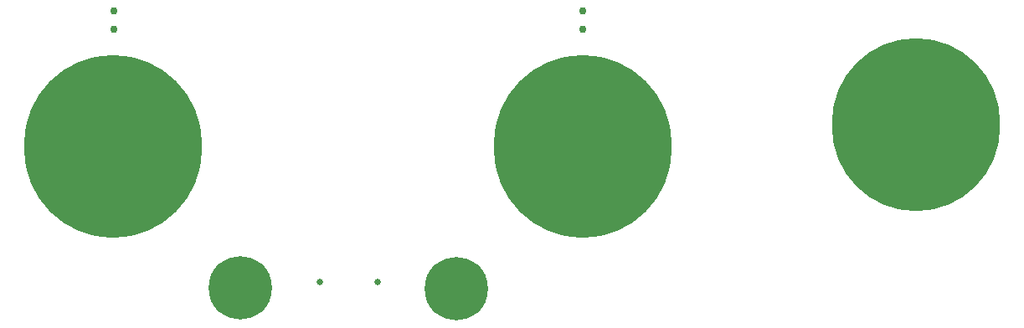
<source format=gbr>
%TF.GenerationSoftware,KiCad,Pcbnew,9.0.1*%
%TF.CreationDate,2025-09-10T18:07:53+10:00*%
%TF.ProjectId,smart_shunt_v0.0.1,736d6172-745f-4736-9875-6e745f76302e,v0.0.4*%
%TF.SameCoordinates,Original*%
%TF.FileFunction,Soldermask,Bot*%
%TF.FilePolarity,Negative*%
%FSLAX46Y46*%
G04 Gerber Fmt 4.6, Leading zero omitted, Abs format (unit mm)*
G04 Created by KiCad (PCBNEW 9.0.1) date 2025-09-10 18:07:53*
%MOMM*%
%LPD*%
G01*
G04 APERTURE LIST*
%ADD10C,2.000000*%
%ADD11O,18.000000X18.500000*%
%ADD12C,0.800000*%
%ADD13C,6.400000*%
%ADD14C,0.750000*%
%ADD15C,0.650000*%
%ADD16O,17.000000X17.500000*%
G04 APERTURE END LIST*
D10*
%TO.C,J1*%
X173858810Y-81671308D03*
X172108810Y-86171308D03*
X172108810Y-76921308D03*
X167358810Y-88471308D03*
D11*
X167358810Y-81671308D03*
D10*
X167358810Y-74921308D03*
X162858810Y-76921308D03*
X162358811Y-86171308D03*
X160858810Y-81671308D03*
%TD*%
D12*
%TO.C,J5*%
X156908811Y-96021309D03*
X156205867Y-97718365D03*
X156205867Y-94324253D03*
X154508811Y-98421309D03*
D13*
X154508811Y-96021309D03*
D12*
X154508811Y-93621309D03*
X152811755Y-97718365D03*
X152811755Y-94324253D03*
X152108811Y-96021309D03*
%TD*%
D14*
%TO.C,SW2*%
X167308810Y-67946307D03*
X167308810Y-69771307D03*
%TD*%
D10*
%TO.C,J2*%
X126358811Y-81671308D03*
X124608811Y-86171308D03*
X124608811Y-76921308D03*
X119858811Y-88471308D03*
D11*
X119858811Y-81671308D03*
D10*
X119858811Y-74921308D03*
X115358811Y-76921308D03*
X114858812Y-86171308D03*
X113358811Y-81671308D03*
%TD*%
D12*
%TO.C,J3*%
X135108810Y-95971308D03*
X134405866Y-97668364D03*
X134405866Y-94274252D03*
X132708810Y-98371308D03*
D13*
X132708810Y-95971308D03*
D12*
X132708810Y-93571308D03*
X131011754Y-97668364D03*
X131011754Y-94274252D03*
X130308810Y-95971308D03*
%TD*%
D15*
%TO.C,J4*%
X140768811Y-95386308D03*
X146548811Y-95386308D03*
%TD*%
D14*
%TO.C,SW1*%
X119908811Y-67946309D03*
X119908811Y-69771309D03*
%TD*%
D10*
%TO.C,J6*%
X194500000Y-79400000D03*
X196250000Y-74900000D03*
X196250000Y-84150000D03*
X201000000Y-72600000D03*
D16*
X201000000Y-79400000D03*
D10*
X201000000Y-86150000D03*
X205500000Y-84150000D03*
X206000000Y-74900000D03*
X207500000Y-79400000D03*
%TD*%
M02*

</source>
